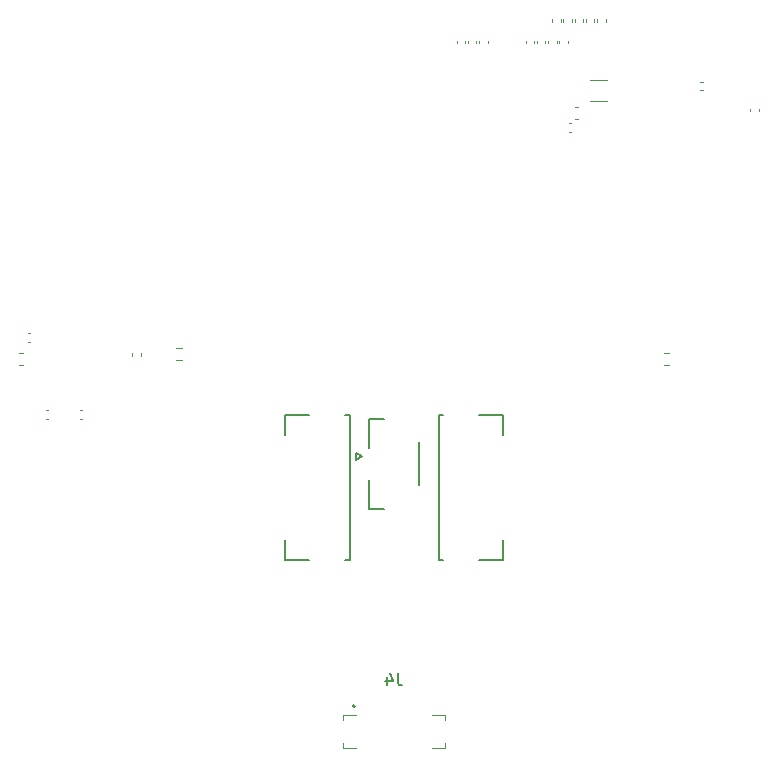
<source format=gbr>
%TF.GenerationSoftware,KiCad,Pcbnew,7.0.6-7.0.6~ubuntu22.04.1*%
%TF.CreationDate,2023-08-25T16:35:47-04:00*%
%TF.ProjectId,robot,726f626f-742e-46b6-9963-61645f706362,rev?*%
%TF.SameCoordinates,Original*%
%TF.FileFunction,Legend,Bot*%
%TF.FilePolarity,Positive*%
%FSLAX46Y46*%
G04 Gerber Fmt 4.6, Leading zero omitted, Abs format (unit mm)*
G04 Created by KiCad (PCBNEW 7.0.6-7.0.6~ubuntu22.04.1) date 2023-08-25 16:35:47*
%MOMM*%
%LPD*%
G01*
G04 APERTURE LIST*
%ADD10C,0.150000*%
%ADD11C,0.120000*%
%ADD12C,0.100000*%
%ADD13C,0.200000*%
%ADD14C,0.127000*%
%ADD15C,0.152400*%
G04 APERTURE END LIST*
D10*
X100308333Y-147909819D02*
X100308333Y-148624104D01*
X100308333Y-148624104D02*
X100355952Y-148766961D01*
X100355952Y-148766961D02*
X100451190Y-148862200D01*
X100451190Y-148862200D02*
X100594047Y-148909819D01*
X100594047Y-148909819D02*
X100689285Y-148909819D01*
X99403571Y-148243152D02*
X99403571Y-148909819D01*
X99641666Y-147862200D02*
X99879761Y-148576485D01*
X99879761Y-148576485D02*
X99260714Y-148576485D01*
D11*
%TO.C,C121*%
X116010000Y-92512164D02*
X116010000Y-92727836D01*
X115290000Y-92512164D02*
X115290000Y-92727836D01*
%TO.C,R90*%
X122837742Y-120777500D02*
X123312258Y-120777500D01*
X122837742Y-121822500D02*
X123312258Y-121822500D01*
%TO.C,C18*%
X130140000Y-100327836D02*
X130140000Y-100112164D01*
X130860000Y-100327836D02*
X130860000Y-100112164D01*
%TO.C,C128*%
X113990000Y-94582836D02*
X113990000Y-94367164D01*
X114710000Y-94582836D02*
X114710000Y-94367164D01*
%TO.C,C14*%
X70703043Y-126343831D02*
X70487371Y-126343831D01*
X70703043Y-125623831D02*
X70487371Y-125623831D01*
%TO.C,C117*%
X113040000Y-94582836D02*
X113040000Y-94367164D01*
X113760000Y-94582836D02*
X113760000Y-94367164D01*
%TO.C,C118*%
X107190000Y-94557836D02*
X107190000Y-94342164D01*
X107910000Y-94557836D02*
X107910000Y-94342164D01*
%TO.C,C120*%
X106240000Y-94557836D02*
X106240000Y-94342164D01*
X106960000Y-94557836D02*
X106960000Y-94342164D01*
%TO.C,C17*%
X68259420Y-120790000D02*
X68540580Y-120790000D01*
X68259420Y-121810000D02*
X68540580Y-121810000D01*
%TO.C,C115*%
X112090000Y-94582836D02*
X112090000Y-94367164D01*
X112810000Y-94582836D02*
X112810000Y-94367164D01*
%TO.C,C116*%
X115060000Y-92512164D02*
X115060000Y-92727836D01*
X114340000Y-92512164D02*
X114340000Y-92727836D01*
%TO.C,R23*%
X81562742Y-120377500D02*
X82037258Y-120377500D01*
X81562742Y-121422500D02*
X82037258Y-121422500D01*
%TO.C,C19*%
X126127836Y-98560000D02*
X125912164Y-98560000D01*
X126127836Y-97840000D02*
X125912164Y-97840000D01*
D12*
%TO.C,J4*%
X104330000Y-154250000D02*
X103240000Y-154250000D01*
X104330000Y-153800000D02*
X104330000Y-154250000D01*
X104330000Y-151450000D02*
X104330000Y-151900000D01*
X103240000Y-151450000D02*
X104330000Y-151450000D01*
X96760000Y-154250000D02*
X95670000Y-154250000D01*
X95670000Y-154250000D02*
X95670000Y-153800000D01*
X95670000Y-151900000D02*
X95670000Y-151450000D01*
X95670000Y-151450000D02*
X96760000Y-151450000D01*
D13*
X96690000Y-150710000D02*
G75*
G03*
X96690000Y-150710000I-100000J0D01*
G01*
D11*
%TO.C,C37*%
X77840000Y-121007836D02*
X77840000Y-120792164D01*
X78560000Y-121007836D02*
X78560000Y-120792164D01*
%TO.C,C124*%
X115590580Y-101010000D02*
X115309420Y-101010000D01*
X115590580Y-99990000D02*
X115309420Y-99990000D01*
%TO.C,C126*%
X115007836Y-102060000D02*
X114792164Y-102060000D01*
X115007836Y-101340000D02*
X114792164Y-101340000D01*
%TO.C,C11*%
X68992164Y-119140000D02*
X69207836Y-119140000D01*
X68992164Y-119860000D02*
X69207836Y-119860000D01*
D14*
%TO.C,SW1*%
X97900000Y-134000000D02*
X99180000Y-134000000D01*
X97900000Y-131520000D02*
X97900000Y-134000000D01*
X96770000Y-129850000D02*
X97270000Y-129550000D01*
X97270000Y-129550000D02*
X96770000Y-129250000D01*
X96770000Y-129250000D02*
X96770000Y-129850000D01*
X102100000Y-128370000D02*
X102100000Y-131980000D01*
X97900000Y-126350000D02*
X97900000Y-128830000D01*
X99180000Y-126350000D02*
X97900000Y-126350000D01*
D15*
%TO.C,J3*%
X90769500Y-138296400D02*
X90769500Y-136613340D01*
X92826961Y-138296400D02*
X90769500Y-138296400D01*
X96230500Y-138296400D02*
X95880041Y-138296400D01*
X90769500Y-127736660D02*
X90769500Y-126053600D01*
X90769500Y-126053600D02*
X92826961Y-126053600D01*
X95880041Y-126053600D02*
X96230500Y-126053600D01*
X96230500Y-126053600D02*
X96230500Y-138296400D01*
D11*
%TO.C,C113*%
X114110000Y-92512164D02*
X114110000Y-92727836D01*
X113390000Y-92512164D02*
X113390000Y-92727836D01*
%TO.C,C114*%
X117910000Y-92512164D02*
X117910000Y-92727836D01*
X117190000Y-92512164D02*
X117190000Y-92727836D01*
%TO.C,C122*%
X111860000Y-94342164D02*
X111860000Y-94557836D01*
X111140000Y-94342164D02*
X111140000Y-94557836D01*
%TO.C,C123*%
X105290000Y-94557836D02*
X105290000Y-94342164D01*
X106010000Y-94557836D02*
X106010000Y-94342164D01*
D15*
%TO.C,J5*%
X109230500Y-126053600D02*
X109230500Y-127736660D01*
X107173039Y-126053600D02*
X109230500Y-126053600D01*
X103769500Y-126053600D02*
X104119959Y-126053600D01*
X109230500Y-136613340D02*
X109230500Y-138296400D01*
X109230500Y-138296400D02*
X107173039Y-138296400D01*
X104119959Y-138296400D02*
X103769500Y-138296400D01*
X103769500Y-138296400D02*
X103769500Y-126053600D01*
D11*
%TO.C,C125*%
X118011252Y-99460000D02*
X116588748Y-99460000D01*
X118011252Y-97640000D02*
X116588748Y-97640000D01*
%TO.C,C7*%
X73387371Y-125623831D02*
X73603043Y-125623831D01*
X73387371Y-126343831D02*
X73603043Y-126343831D01*
%TO.C,C119*%
X116960000Y-92512164D02*
X116960000Y-92727836D01*
X116240000Y-92512164D02*
X116240000Y-92727836D01*
%TD*%
M02*

</source>
